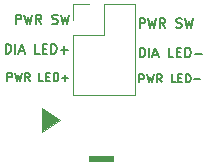
<source format=gbr>
G04 #@! TF.GenerationSoftware,KiCad,Pcbnew,(5.1.0-0)*
G04 #@! TF.CreationDate,2019-08-13T01:40:22-04:00*
G04 #@! TF.ProjectId,Dell 6pin 2.0mm Front Panel Header Adapter,44656c6c-2036-4706-996e-20322e306d6d,rev?*
G04 #@! TF.SameCoordinates,Original*
G04 #@! TF.FileFunction,Legend,Top*
G04 #@! TF.FilePolarity,Positive*
%FSLAX46Y46*%
G04 Gerber Fmt 4.6, Leading zero omitted, Abs format (unit mm)*
G04 Created by KiCad (PCBNEW (5.1.0-0)) date 2019-08-13 01:40:22*
%MOMM*%
%LPD*%
G04 APERTURE LIST*
%ADD10C,0.100000*%
%ADD11C,0.150000*%
%ADD12C,0.120000*%
G04 APERTURE END LIST*
D10*
G36*
X162500000Y-100500000D02*
G01*
X160500000Y-100500000D01*
X160500000Y-100000000D01*
X162500000Y-100000000D01*
X162500000Y-100500000D01*
G37*
X162500000Y-100500000D02*
X160500000Y-100500000D01*
X160500000Y-100000000D01*
X162500000Y-100000000D01*
X162500000Y-100500000D01*
G36*
X158000000Y-97000000D02*
G01*
X156500000Y-98000000D01*
X156500000Y-96000000D01*
X158000000Y-97000000D01*
G37*
X158000000Y-97000000D02*
X156500000Y-98000000D01*
X156500000Y-96000000D01*
X158000000Y-97000000D01*
D11*
X153569166Y-93716666D02*
X153569166Y-93016666D01*
X153835833Y-93016666D01*
X153902500Y-93050000D01*
X153935833Y-93083333D01*
X153969166Y-93150000D01*
X153969166Y-93250000D01*
X153935833Y-93316666D01*
X153902500Y-93350000D01*
X153835833Y-93383333D01*
X153569166Y-93383333D01*
X154202500Y-93016666D02*
X154369166Y-93716666D01*
X154502500Y-93216666D01*
X154635833Y-93716666D01*
X154802500Y-93016666D01*
X155469166Y-93716666D02*
X155235833Y-93383333D01*
X155069166Y-93716666D02*
X155069166Y-93016666D01*
X155335833Y-93016666D01*
X155402500Y-93050000D01*
X155435833Y-93083333D01*
X155469166Y-93150000D01*
X155469166Y-93250000D01*
X155435833Y-93316666D01*
X155402500Y-93350000D01*
X155335833Y-93383333D01*
X155069166Y-93383333D01*
X156635833Y-93716666D02*
X156302500Y-93716666D01*
X156302500Y-93016666D01*
X156869166Y-93350000D02*
X157102500Y-93350000D01*
X157202500Y-93716666D02*
X156869166Y-93716666D01*
X156869166Y-93016666D01*
X157202500Y-93016666D01*
X157502500Y-93716666D02*
X157502500Y-93016666D01*
X157669166Y-93016666D01*
X157769166Y-93050000D01*
X157835833Y-93116666D01*
X157869166Y-93183333D01*
X157902500Y-93316666D01*
X157902500Y-93416666D01*
X157869166Y-93550000D01*
X157835833Y-93616666D01*
X157769166Y-93683333D01*
X157669166Y-93716666D01*
X157502500Y-93716666D01*
X158202500Y-93450000D02*
X158735833Y-93450000D01*
X158469166Y-93716666D02*
X158469166Y-93183333D01*
X164764166Y-93816666D02*
X164764166Y-93116666D01*
X165030833Y-93116666D01*
X165097500Y-93150000D01*
X165130833Y-93183333D01*
X165164166Y-93250000D01*
X165164166Y-93350000D01*
X165130833Y-93416666D01*
X165097500Y-93450000D01*
X165030833Y-93483333D01*
X164764166Y-93483333D01*
X165397500Y-93116666D02*
X165564166Y-93816666D01*
X165697500Y-93316666D01*
X165830833Y-93816666D01*
X165997500Y-93116666D01*
X166664166Y-93816666D02*
X166430833Y-93483333D01*
X166264166Y-93816666D02*
X166264166Y-93116666D01*
X166530833Y-93116666D01*
X166597500Y-93150000D01*
X166630833Y-93183333D01*
X166664166Y-93250000D01*
X166664166Y-93350000D01*
X166630833Y-93416666D01*
X166597500Y-93450000D01*
X166530833Y-93483333D01*
X166264166Y-93483333D01*
X167830833Y-93816666D02*
X167497500Y-93816666D01*
X167497500Y-93116666D01*
X168064166Y-93450000D02*
X168297500Y-93450000D01*
X168397500Y-93816666D02*
X168064166Y-93816666D01*
X168064166Y-93116666D01*
X168397500Y-93116666D01*
X168697500Y-93816666D02*
X168697500Y-93116666D01*
X168864166Y-93116666D01*
X168964166Y-93150000D01*
X169030833Y-93216666D01*
X169064166Y-93283333D01*
X169097500Y-93416666D01*
X169097500Y-93516666D01*
X169064166Y-93650000D01*
X169030833Y-93716666D01*
X168964166Y-93783333D01*
X168864166Y-93816666D01*
X168697500Y-93816666D01*
X169397500Y-93550000D02*
X169930833Y-93550000D01*
X164787976Y-91686904D02*
X164787976Y-90886904D01*
X164978452Y-90886904D01*
X165092738Y-90925000D01*
X165168928Y-91001190D01*
X165207023Y-91077380D01*
X165245119Y-91229761D01*
X165245119Y-91344047D01*
X165207023Y-91496428D01*
X165168928Y-91572619D01*
X165092738Y-91648809D01*
X164978452Y-91686904D01*
X164787976Y-91686904D01*
X165587976Y-91686904D02*
X165587976Y-90886904D01*
X165930833Y-91458333D02*
X166311785Y-91458333D01*
X165854642Y-91686904D02*
X166121309Y-90886904D01*
X166387976Y-91686904D01*
X167645119Y-91686904D02*
X167264166Y-91686904D01*
X167264166Y-90886904D01*
X167911785Y-91267857D02*
X168178452Y-91267857D01*
X168292738Y-91686904D02*
X167911785Y-91686904D01*
X167911785Y-90886904D01*
X168292738Y-90886904D01*
X168635595Y-91686904D02*
X168635595Y-90886904D01*
X168826071Y-90886904D01*
X168940357Y-90925000D01*
X169016547Y-91001190D01*
X169054642Y-91077380D01*
X169092738Y-91229761D01*
X169092738Y-91344047D01*
X169054642Y-91496428D01*
X169016547Y-91572619D01*
X168940357Y-91648809D01*
X168826071Y-91686904D01*
X168635595Y-91686904D01*
X169435595Y-91382142D02*
X170045119Y-91382142D01*
X153454880Y-91361904D02*
X153454880Y-90561904D01*
X153645357Y-90561904D01*
X153759642Y-90600000D01*
X153835833Y-90676190D01*
X153873928Y-90752380D01*
X153912023Y-90904761D01*
X153912023Y-91019047D01*
X153873928Y-91171428D01*
X153835833Y-91247619D01*
X153759642Y-91323809D01*
X153645357Y-91361904D01*
X153454880Y-91361904D01*
X154254880Y-91361904D02*
X154254880Y-90561904D01*
X154597738Y-91133333D02*
X154978690Y-91133333D01*
X154521547Y-91361904D02*
X154788214Y-90561904D01*
X155054880Y-91361904D01*
X156312023Y-91361904D02*
X155931071Y-91361904D01*
X155931071Y-90561904D01*
X156578690Y-90942857D02*
X156845357Y-90942857D01*
X156959642Y-91361904D02*
X156578690Y-91361904D01*
X156578690Y-90561904D01*
X156959642Y-90561904D01*
X157302500Y-91361904D02*
X157302500Y-90561904D01*
X157492976Y-90561904D01*
X157607261Y-90600000D01*
X157683452Y-90676190D01*
X157721547Y-90752380D01*
X157759642Y-90904761D01*
X157759642Y-91019047D01*
X157721547Y-91171428D01*
X157683452Y-91247619D01*
X157607261Y-91323809D01*
X157492976Y-91361904D01*
X157302500Y-91361904D01*
X158102500Y-91057142D02*
X158712023Y-91057142D01*
X158407261Y-91361904D02*
X158407261Y-90752380D01*
X154292976Y-88861904D02*
X154292976Y-88061904D01*
X154597738Y-88061904D01*
X154673928Y-88100000D01*
X154712023Y-88138095D01*
X154750119Y-88214285D01*
X154750119Y-88328571D01*
X154712023Y-88404761D01*
X154673928Y-88442857D01*
X154597738Y-88480952D01*
X154292976Y-88480952D01*
X155016785Y-88061904D02*
X155207261Y-88861904D01*
X155359642Y-88290476D01*
X155512023Y-88861904D01*
X155702500Y-88061904D01*
X156464404Y-88861904D02*
X156197738Y-88480952D01*
X156007261Y-88861904D02*
X156007261Y-88061904D01*
X156312023Y-88061904D01*
X156388214Y-88100000D01*
X156426309Y-88138095D01*
X156464404Y-88214285D01*
X156464404Y-88328571D01*
X156426309Y-88404761D01*
X156388214Y-88442857D01*
X156312023Y-88480952D01*
X156007261Y-88480952D01*
X157378690Y-88823809D02*
X157492976Y-88861904D01*
X157683452Y-88861904D01*
X157759642Y-88823809D01*
X157797738Y-88785714D01*
X157835833Y-88709523D01*
X157835833Y-88633333D01*
X157797738Y-88557142D01*
X157759642Y-88519047D01*
X157683452Y-88480952D01*
X157531071Y-88442857D01*
X157454880Y-88404761D01*
X157416785Y-88366666D01*
X157378690Y-88290476D01*
X157378690Y-88214285D01*
X157416785Y-88138095D01*
X157454880Y-88100000D01*
X157531071Y-88061904D01*
X157721547Y-88061904D01*
X157835833Y-88100000D01*
X158102500Y-88061904D02*
X158292976Y-88861904D01*
X158445357Y-88290476D01*
X158597738Y-88861904D01*
X158788214Y-88061904D01*
X164787976Y-89186904D02*
X164787976Y-88386904D01*
X165092738Y-88386904D01*
X165168928Y-88425000D01*
X165207023Y-88463095D01*
X165245119Y-88539285D01*
X165245119Y-88653571D01*
X165207023Y-88729761D01*
X165168928Y-88767857D01*
X165092738Y-88805952D01*
X164787976Y-88805952D01*
X165511785Y-88386904D02*
X165702261Y-89186904D01*
X165854642Y-88615476D01*
X166007023Y-89186904D01*
X166197500Y-88386904D01*
X166959404Y-89186904D02*
X166692738Y-88805952D01*
X166502261Y-89186904D02*
X166502261Y-88386904D01*
X166807023Y-88386904D01*
X166883214Y-88425000D01*
X166921309Y-88463095D01*
X166959404Y-88539285D01*
X166959404Y-88653571D01*
X166921309Y-88729761D01*
X166883214Y-88767857D01*
X166807023Y-88805952D01*
X166502261Y-88805952D01*
X167873690Y-89148809D02*
X167987976Y-89186904D01*
X168178452Y-89186904D01*
X168254642Y-89148809D01*
X168292738Y-89110714D01*
X168330833Y-89034523D01*
X168330833Y-88958333D01*
X168292738Y-88882142D01*
X168254642Y-88844047D01*
X168178452Y-88805952D01*
X168026071Y-88767857D01*
X167949880Y-88729761D01*
X167911785Y-88691666D01*
X167873690Y-88615476D01*
X167873690Y-88539285D01*
X167911785Y-88463095D01*
X167949880Y-88425000D01*
X168026071Y-88386904D01*
X168216547Y-88386904D01*
X168330833Y-88425000D01*
X168597500Y-88386904D02*
X168787976Y-89186904D01*
X168940357Y-88615476D01*
X169092738Y-89186904D01*
X169283214Y-88386904D01*
D12*
X159170000Y-94910000D02*
X164370000Y-94910000D01*
X159170000Y-89770000D02*
X159170000Y-94910000D01*
X164370000Y-87170000D02*
X164370000Y-94910000D01*
X159170000Y-89770000D02*
X161770000Y-89770000D01*
X161770000Y-89770000D02*
X161770000Y-87170000D01*
X161770000Y-87170000D02*
X164370000Y-87170000D01*
X159170000Y-88500000D02*
X159170000Y-87170000D01*
X159170000Y-87170000D02*
X160500000Y-87170000D01*
M02*

</source>
